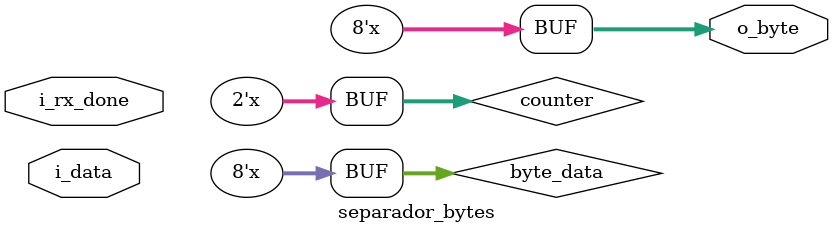
<source format=v>
`timescale 1ns / 1ps

module separador_bytes(
    input       [32 - 1 : 0]    i_data,
    input                       i_rx_done,
    output      [8 - 1 : 0]     o_byte
);
localparam integer BYTE = 8;
localparam [2 - 1 : 0]
      byte_st  = 2'b00,
      byte_nd = 2'b01,
      byte_rd  = 2'b10,
      byte_th  = 2'b11;

reg [2 - 1 : 0] counter = byte_st;
reg [8 - 1 : 0] byte_data;

always @(*) 
begin
    if(i_rx_done == 1)
        case (counter)
        byte_st:
            begin
                byte_data = i_data[BYTE - 1 : 0];
                counter = byte_nd;
            end
        byte_nd:
            begin
                byte_data = i_data[2 * BYTE - 1 : BYTE];
                counter = byte_rd;
            end
        byte_rd:
            begin
                byte_data = i_data[3 * BYTE - 1 : 2 * BYTE];
                counter = byte_th;
            end
        byte_th:
            begin
                byte_data = i_data[4 * BYTE - 1 : 3 * BYTE];
                counter = byte_st;
            end
        endcase
end

assign o_byte = byte_data;
endmodule
</source>
